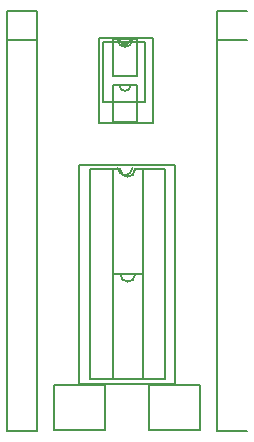
<source format=gbr>
G04 GERBER ASCII OUTPUT FROM: EDWIN 2000 (VER. 1.1 REV. 20011025)*
G04 GERBER FORMAT: RX-274-X*
G04 BOARD: 28_PIN_DIL_ADAPTER*
G04 ARTWORK OF COMP.PRINT POSITIVE*
%ASAXBY*%
%FSLAX23Y23*%
%MIA0B0*%
%MOIN*%
%OFA0.0000B0.0000*%
%SFA1B1*%
%IJA0B0*%
%INLAYER0POS*%
%IOA0B0*%
%IPPOS*%
%IR0*%
G04 APERTURE MACROS*
%AMEDWDONUT*
1,1,$1,$2,$3*
1,0,$4,$2,$3*
%
%AMEDWFRECT*
2,1,$1,$2,$3,$4,$5,$6*
%
%AMEDWORECT*
2,1,$1,$2,$3,$4,$5,$10*
2,1,$1,$4,$5,$6,$7,$10*
2,1,$1,$6,$7,$8,$9,$10*
2,1,$1,$8,$9,$2,$3,$10*
1,1,$1,$2,$3*
1,1,$1,$4,$5*
1,1,$1,$6,$7*
1,1,$1,$8,$9*
%
%AMEDWLINER*
2,1,$1,$2,$3,$4,$5,$6*
1,1,$1,$2,$3*
1,1,$1,$4,$5*
%
%AMEDWFTRNG*
4,1,3,$1,$2,$3,$4,$5,$6,$7,$8,$9*
%
%AMEDWATRNG*
4,1,3,$1,$2,$3,$4,$5,$6,$7,$8,$9*
2,1,$11,$1,$2,$3,$4,$10*
2,1,$11,$3,$4,$5,$6,$10*
2,1,$11,$5,$6,$7,$8,$10*
1,1,$11,$3,$4*
1,1,$11,$5,$6*
1,1,$11,$7,$8*
%
%AMEDWOTRNG*
2,1,$1,$2,$3,$4,$5,$8*
2,1,$1,$4,$5,$6,$7,$8*
2,1,$1,$6,$7,$2,$3,$8*
1,1,$1,$2,$3*
1,1,$1,$4,$5*
1,1,$1,$6,$7*
%
G04*
G04 APERTURE LIST*
%ADD10R,0.0580X0.0500*%
%ADD11R,0.0820X0.0740*%
%ADD12R,0.0480X0.0400*%
%ADD13R,0.0720X0.0640*%
%ADD14R,0.0570X0.0670*%
%ADD15R,0.0810X0.0910*%
%ADD16R,0.0470X0.0570*%
%ADD17R,0.0710X0.0810*%
%ADD18R,0.0490X0.0670*%
%ADD19R,0.0730X0.0910*%
%ADD20R,0.0390X0.0570*%
%ADD21R,0.0630X0.0810*%
%ADD22R,0.0750X0.0250*%
%ADD23R,0.0990X0.0490*%
%ADD24R,0.0700X0.0200*%
%ADD25R,0.0940X0.0440*%
%ADD26R,0.0900X0.0350*%
%ADD27R,0.1140X0.0590*%
%ADD28R,0.0800X0.0250*%
%ADD29R,0.1040X0.0490*%
%ADD30R,0.0850X0.0250*%
%ADD31R,0.1090X0.0490*%
%ADD32R,0.0750X0.0150*%
%ADD33R,0.0990X0.0390*%
%ADD34C,0.0010*%
%ADD36C,0.0020*%
%ADD37R,0.0020X0.0020*%
%ADD38C,0.0030*%
%ADD39R,0.0030X0.0030*%
%ADD40C,0.0040*%
%ADD41R,0.0040X0.0040*%
%ADD42C,0.0050*%
%ADD43R,0.0050X0.0050*%
%ADD44C,0.00787*%
%ADD45R,0.00787X0.00787*%
%ADD46C,0.0080*%
%ADD48C,0.0090*%
%ADD49R,0.0090X0.0090*%
%ADD50C,0.00984*%
%ADD51R,0.00984X0.00984*%
%ADD52C,0.0120*%
%ADD54C,0.01299*%
%ADD56C,0.0130*%
%ADD58C,0.01969*%
%ADD59R,0.01969X0.01969*%
%ADD60C,0.0250*%
%ADD61R,0.0250X0.0250*%
%ADD62C,0.0290*%
%ADD64C,0.0320*%
%ADD66C,0.0350*%
%ADD67R,0.0350X0.0350*%
%ADD68C,0.0360*%
%ADD70C,0.03699*%
%ADD72C,0.0370*%
%ADD73R,0.0370X0.0370*%
%ADD74C,0.03937*%
%ADD75R,0.03937X0.03937*%
%ADD76C,0.0490*%
%ADD77R,0.0490X0.0490*%
%ADD78C,0.0500*%
%ADD79R,0.0500X0.0500*%
%ADD80C,0.0560*%
%ADD81R,0.0560X0.0560*%
%ADD82C,0.0590*%
%ADD83R,0.0590X0.0590*%
%ADD84C,0.05906*%
%ADD85R,0.05906X0.05906*%
%ADD86C,0.0600*%
%ADD87R,0.0600X0.0600*%
%ADD88C,0.0620*%
%ADD89R,0.0620X0.0620*%
%ADD90C,0.06693*%
%ADD91R,0.06693X0.06693*%
%ADD92C,0.06906*%
%ADD93R,0.06906X0.06906*%
%ADD94C,0.0700*%
%ADD95R,0.0700X0.0700*%
%ADD96C,0.0740*%
%ADD97R,0.0740X0.0740*%
%ADD98C,0.0800*%
%ADD99R,0.0800X0.0800*%
%ADD100C,0.0840*%
%ADD101R,0.0840X0.0840*%
%ADD102C,0.0860*%
%ADD104C,0.0900*%
%ADD105R,0.0900X0.0900*%
%ADD106C,0.0940*%
%ADD107R,0.0940X0.0940*%
%ADD108C,0.1040*%
%ADD109R,0.1040X0.1040*%
%ADD110C,0.1100*%
%ADD113R,0.1140X0.1140*%
%ADD114C,0.2140*%
%ADD115R,0.2140X0.2140*%
%ADD116C,0.3140*%
%ADD117R,0.3140X0.3140*%
%ADD118C,0.4140*%
%ADD119R,0.4140X0.4140*%
%ADD120C,0.5140*%
%ADD121R,0.5140X0.5140*%
%ADD122C,0.6140*%
%ADD123R,0.6140X0.6140*%
%ADD124C,0.7140*%
%ADD125R,0.7140X0.7140*%
%ADD126C,0.8140*%
%ADD127R,0.8140X0.8140*%
%ADD128C,0.9140*%
%ADD129R,0.9140X0.9140*%
%ADD130C,1.0140*%
%ADD131R,1.0140X1.0140*%
%ADD132C,1.1140*%
%ADD133R,1.1140X1.1140*%
%ADD134C,1.2140*%
%ADD135R,1.2140X1.2140*%
%ADD136C,1.3140*%
%ADD137R,1.3140X1.3140*%
%ADD138C,1.4140*%
%ADD139R,1.4140X1.4140*%
%ADD140C,1.5140*%
%ADD141R,1.5140X1.5140*%
%ADD142C,1.6140*%
%ADD143R,1.6140X1.6140*%
%ADD144C,1.7140*%
%ADD145R,1.7140X1.7140*%
%ADD146C,1.8140*%
%ADD147R,1.8140X1.8140*%
%ADD148C,1.9140*%
%ADD149R,1.9140X1.9140*%
G04*
D46* 
X508Y173D02*
X678Y173D01*
X678Y23D01*
X508Y23D01*
X508Y173D01*
X359Y24D02*
X189Y24D01*
X189Y174D01*
X359Y174D01*
X359Y24D01*
X360Y124D02*
X360Y68D01*
X508Y124D02*
X508Y68D01*
X468Y1050D02*
X468Y1172D01*
X388Y1172D01*
X388Y1050D01*
X468Y1050D01*
G75*
G01X409Y1172D02*
G03X445Y1172I18J0D01*
G01*
X560Y893D02*
X460Y893D01*
X410Y893D02*
X310Y893D01*
G75*
G01X410Y893D02*
G03X460Y893I25J0D01*
G01*
X559Y893D02*
X559Y193D01*
X309Y193D01*
X309Y893D01*
X461Y893D02*
X486Y893D01*
X486Y543D01*
X386Y543D01*
X386Y893D01*
X411Y893D01*
G75*
G01X411Y893D02*
G03X461Y893I25J0D01*
G01*
X461Y543D02*
X486Y543D01*
X486Y193D01*
X386Y193D01*
X386Y543D01*
X411Y543D01*
G75*
G01X411Y543D02*
G03X461Y543I25J0D01*
G01*
D42* 
X134Y1419D02*
X134Y21D01*
X34Y21D01*
X34Y1419D01*
X134Y1419D01*
X33Y1322D02*
X135Y1322D01*
X834Y1419D02*
X834Y21D01*
X734Y21D01*
X734Y1419D01*
X834Y1419D01*
X733Y1322D02*
X835Y1322D01*
D46* 
X492Y1317D02*
X492Y1117D01*
X352Y1117D01*
X352Y1317D01*
X492Y1317D01*
G75*
G01X415Y1317D02*
G03X437Y1317I11J-1D01*
G01*
X468Y1205D02*
X468Y1327D01*
X388Y1327D01*
X388Y1205D01*
X468Y1205D01*
G75*
G01X409Y1327D02*
G03X445Y1327I18J0D01*
G01*
X520Y1330D02*
X520Y1047D01*
X339Y1047D01*
X339Y1330D01*
X520Y1330D01*
G75*
G01X402Y1325D02*
G03X452Y1325I25J0D01*
G01*
G75*
G01X402Y898D02*
G03X452Y898I25J0D01*
G01*
X593Y908D02*
X593Y178D01*
X273Y178D01*
X273Y908D01*
X593Y908D01*
M02*

</source>
